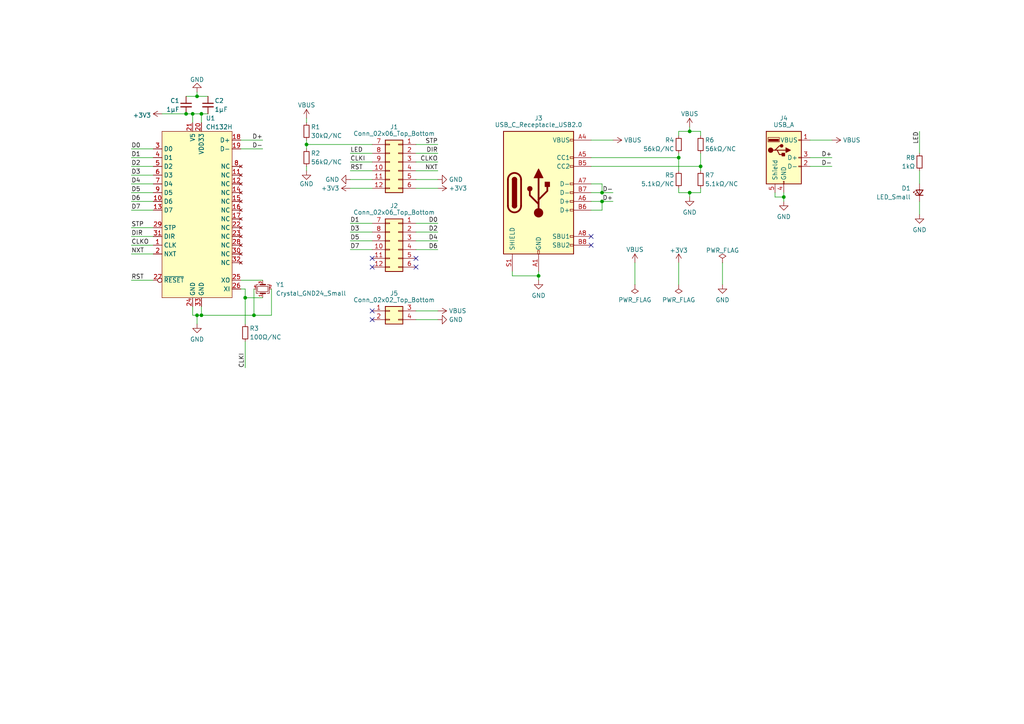
<source format=kicad_sch>
(kicad_sch (version 20211123) (generator eeschema)
  (paper "A4")
  (lib_symbols
    (symbol "Connector:USB_A" (pin_names (offset 1.016))
      (property "Reference" "J" (at -5.08 11.43 0))
      (property "Value" "USB_A" (at -5.08 8.89 0))
      (symbol "USB_A_0_1"
        (rectangle (start -5.08 -7.62) (end 5.08 7.62) (stroke (width 0.254)) (fill (type background)))
        (circle (center -3.81 2.159) (radius 0.635) (stroke (width 0.254)) (fill (type outline)))
        (rectangle (start -1.524 4.826) (end -4.318 5.334) (fill (type outline)))
        (rectangle (start -1.27 4.572) (end -4.572 5.842))
        (circle (center -0.635 3.429) (radius 0.381) (stroke (width 0.254)) (fill (type outline)))
        (rectangle (start -0.127 -7.62) (end 0.127 -6.858))
        (polyline (pts (xy -3.175 2.159) (xy -2.54 2.159) (xy -1.27 3.429) (xy -0.635 3.429)) (stroke (width 0.254)))
        (polyline (pts (xy -2.54 2.159) (xy -1.905 2.159) (xy -1.27 0.889) (xy 0 0.889)) (stroke (width 0.254)))
        (polyline (pts (xy 0.635 2.794) (xy 0.635 1.524) (xy 1.905 2.159) (xy 0.635 2.794)) (stroke (width 0.254)) (fill (type outline)))
        (rectangle (start 0.254 1.27) (end -0.508 0.508) (stroke (width 0.254)) (fill (type outline)))
        (rectangle (start 5.08 -2.667) (end 4.318 -2.413))
        (rectangle (start 5.08 -0.127) (end 4.318 0.127))
        (rectangle (start 5.08 4.953) (end 4.318 5.207))
      )
      (symbol "USB_A_1_1"
        (polyline (pts (xy -1.905 2.159) (xy 0.635 2.159)) (stroke (width 0.254)))
        (pin power_in line (at 7.62 5.08 180) (length 2.54) (name "VBUS") (number "1"))
        (pin bidirectional line (at 7.62 -2.54 180) (length 2.54) (name "D-") (number "2"))
        (pin bidirectional line (at 7.62 0 180) (length 2.54) (name "D+") (number "3"))
        (pin power_in line (at 0 -10.16 90) (length 2.54) (name "GND") (number "4"))
        (pin passive line (at -2.54 -10.16 90) (length 2.54) (name "Shield") (number "5"))
      )
    )
    (symbol "Connector:USB_C_Receptacle_USB2.0" (pin_names (offset 1.016))
      (property "Reference" "J" (at -10.16 19.05 0))
      (property "Value" "USB_C_Receptacle_USB2.0" (at 19.05 19.05 0))
      (symbol "USB_C_Receptacle_USB2.0_0_0"
        (rectangle (start -0.254 -17.78) (end 0.254 -16.764))
        (rectangle (start 10.16 -14.986) (end 9.144 -15.494))
        (rectangle (start 10.16 -12.446) (end 9.144 -12.954))
        (rectangle (start 10.16 -4.826) (end 9.144 -5.334))
        (rectangle (start 10.16 -2.286) (end 9.144 -2.794))
        (rectangle (start 10.16 0.254) (end 9.144 -0.254))
        (rectangle (start 10.16 2.794) (end 9.144 2.286))
        (rectangle (start 10.16 7.874) (end 9.144 7.366))
        (rectangle (start 10.16 10.414) (end 9.144 9.906))
        (rectangle (start 10.16 15.494) (end 9.144 14.986))
      )
      (symbol "USB_C_Receptacle_USB2.0_0_1"
        (rectangle (start -10.16 17.78) (end 10.16 -17.78) (stroke (width 0.254)) (fill (type background)))
        (arc (start -8.89 -3.81) (mid -6.985 -5.715) (end -5.08 -3.81) (stroke (width 0.508)))
        (arc (start -7.62 -3.81) (mid -6.985 -4.445) (end -6.35 -3.81) (stroke (width 0.254)))
        (arc (start -7.62 -3.81) (mid -6.985 -4.445) (end -6.35 -3.81) (stroke (width 0.254)) (fill (type outline)))
        (rectangle (start -7.62 -3.81) (end -6.35 3.81) (stroke (width 0.254)) (fill (type outline)))
        (arc (start -6.35 3.81) (mid -6.985 4.445) (end -7.62 3.81) (stroke (width 0.254)))
        (arc (start -6.35 3.81) (mid -6.985 4.445) (end -7.62 3.81) (stroke (width 0.254)) (fill (type outline)))
        (arc (start -5.08 3.81) (mid -6.985 5.715) (end -8.89 3.81) (stroke (width 0.508)))
        (circle (center -2.54 1.143) (radius 0.635) (stroke (width 0.254)) (fill (type outline)))
        (circle (center 0 -5.842) (radius 1.27) (fill (type outline)))
        (polyline (pts (xy -8.89 -3.81) (xy -8.89 3.81)) (stroke (width 0.508)))
        (polyline (pts (xy -5.08 3.81) (xy -5.08 -3.81)) (stroke (width 0.508)))
        (polyline (pts (xy 0 -5.842) (xy 0 4.318)) (stroke (width 0.508)))
        (polyline (pts (xy 0 -3.302) (xy -2.54 -0.762) (xy -2.54 0.508)) (stroke (width 0.508)))
        (polyline (pts (xy 0 -2.032) (xy 2.54 0.508) (xy 2.54 1.778)) (stroke (width 0.508)))
        (polyline (pts (xy -1.27 4.318) (xy 0 6.858) (xy 1.27 4.318) (xy -1.27 4.318)) (stroke (width 0.254)) (fill (type outline)))
        (rectangle (start 1.905 1.778) (end 3.175 3.048) (stroke (width 0.254)) (fill (type outline)))
      )
      (symbol "USB_C_Receptacle_USB2.0_1_1"
        (pin passive line (at 0 -22.86 90) (length 5.08) (name "GND") (number "A1"))
        (pin passive line (at 0 -22.86 90) (length 5.08) hide (name "GND") (number "A12"))
        (pin passive line (at 15.24 15.24 180) (length 5.08) (name "VBUS") (number "A4"))
        (pin bidirectional line (at 15.24 10.16 180) (length 5.08) (name "CC1") (number "A5"))
        (pin bidirectional line (at 15.24 -2.54 180) (length 5.08) (name "D+") (number "A6"))
        (pin bidirectional line (at 15.24 2.54 180) (length 5.08) (name "D-") (number "A7"))
        (pin bidirectional line (at 15.24 -12.7 180) (length 5.08) (name "SBU1") (number "A8"))
        (pin passive line (at 15.24 15.24 180) (length 5.08) hide (name "VBUS") (number "A9"))
        (pin passive line (at 0 -22.86 90) (length 5.08) hide (name "GND") (number "B1"))
        (pin passive line (at 0 -22.86 90) (length 5.08) hide (name "GND") (number "B12"))
        (pin passive line (at 15.24 15.24 180) (length 5.08) hide (name "VBUS") (number "B4"))
        (pin bidirectional line (at 15.24 7.62 180) (length 5.08) (name "CC2") (number "B5"))
        (pin bidirectional line (at 15.24 -5.08 180) (length 5.08) (name "D+") (number "B6"))
        (pin bidirectional line (at 15.24 0 180) (length 5.08) (name "D-") (number "B7"))
        (pin bidirectional line (at 15.24 -15.24 180) (length 5.08) (name "SBU2") (number "B8"))
        (pin passive line (at 15.24 15.24 180) (length 5.08) hide (name "VBUS") (number "B9"))
        (pin passive line (at -7.62 -22.86 90) (length 5.08) (name "SHIELD") (number "S1"))
      )
    )
    (symbol "Connector_Generic:Conn_02x02_Top_Bottom" (pin_names (offset 1.016) hide)
      (property "Reference" "J" (at 1.27 2.54 0))
      (property "Value" "Conn_02x02_Top_Bottom" (at 1.27 -5.08 0))
      (symbol "Conn_02x02_Top_Bottom_1_1"
        (rectangle (start -1.27 -2.413) (end 0 -2.667) (stroke (width 0.1524)))
        (rectangle (start -1.27 0.127) (end 0 -0.127) (stroke (width 0.1524)))
        (rectangle (start -1.27 1.27) (end 3.81 -3.81) (stroke (width 0.254)) (fill (type background)))
        (rectangle (start 3.81 -2.413) (end 2.54 -2.667) (stroke (width 0.1524)))
        (rectangle (start 3.81 0.127) (end 2.54 -0.127) (stroke (width 0.1524)))
        (pin passive line (at -5.08 0 0) (length 3.81) (name "Pin_1") (number "1"))
        (pin passive line (at -5.08 -2.54 0) (length 3.81) (name "Pin_2") (number "2"))
        (pin passive line (at 7.62 0 180) (length 3.81) (name "Pin_3") (number "3"))
        (pin passive line (at 7.62 -2.54 180) (length 3.81) (name "Pin_4") (number "4"))
      )
    )
    (symbol "Connector_Generic:Conn_02x06_Top_Bottom" (pin_names (offset 1.016) hide)
      (property "Reference" "J" (at 1.27 7.62 0))
      (property "Value" "Conn_02x06_Top_Bottom" (at 1.27 -10.16 0))
      (symbol "Conn_02x06_Top_Bottom_1_1"
        (rectangle (start -1.27 -7.493) (end 0 -7.747) (stroke (width 0.1524)))
        (rectangle (start -1.27 -4.953) (end 0 -5.207) (stroke (width 0.1524)))
        (rectangle (start -1.27 -2.413) (end 0 -2.667) (stroke (width 0.1524)))
        (rectangle (start -1.27 0.127) (end 0 -0.127) (stroke (width 0.1524)))
        (rectangle (start -1.27 2.667) (end 0 2.413) (stroke (width 0.1524)))
        (rectangle (start -1.27 5.207) (end 0 4.953) (stroke (width 0.1524)))
        (rectangle (start -1.27 6.35) (end 3.81 -8.89) (stroke (width 0.254)) (fill (type background)))
        (rectangle (start 3.81 -7.493) (end 2.54 -7.747) (stroke (width 0.1524)))
        (rectangle (start 3.81 -4.953) (end 2.54 -5.207) (stroke (width 0.1524)))
        (rectangle (start 3.81 -2.413) (end 2.54 -2.667) (stroke (width 0.1524)))
        (rectangle (start 3.81 0.127) (end 2.54 -0.127) (stroke (width 0.1524)))
        (rectangle (start 3.81 2.667) (end 2.54 2.413) (stroke (width 0.1524)))
        (rectangle (start 3.81 5.207) (end 2.54 4.953) (stroke (width 0.1524)))
        (pin passive line (at -5.08 5.08 0) (length 3.81) (name "Pin_1") (number "1"))
        (pin passive line (at 7.62 -2.54 180) (length 3.81) (name "Pin_10") (number "10"))
        (pin passive line (at 7.62 -5.08 180) (length 3.81) (name "Pin_11") (number "11"))
        (pin passive line (at 7.62 -7.62 180) (length 3.81) (name "Pin_12") (number "12"))
        (pin passive line (at -5.08 2.54 0) (length 3.81) (name "Pin_2") (number "2"))
        (pin passive line (at -5.08 0 0) (length 3.81) (name "Pin_3") (number "3"))
        (pin passive line (at -5.08 -2.54 0) (length 3.81) (name "Pin_4") (number "4"))
        (pin passive line (at -5.08 -5.08 0) (length 3.81) (name "Pin_5") (number "5"))
        (pin passive line (at -5.08 -7.62 0) (length 3.81) (name "Pin_6") (number "6"))
        (pin passive line (at 7.62 5.08 180) (length 3.81) (name "Pin_7") (number "7"))
        (pin passive line (at 7.62 2.54 180) (length 3.81) (name "Pin_8") (number "8"))
        (pin passive line (at 7.62 0 180) (length 3.81) (name "Pin_9") (number "9"))
      )
    )
    (symbol "Device:C_Small" (pin_numbers hide) (pin_names (offset 0.254) hide)
      (property "Reference" "C" (at 0.254 1.778 0))
      (property "Value" "C_Small" (at 0.254 -2.032 0))
      (symbol "C_Small_0_1"
        (polyline (pts (xy -1.524 -0.508) (xy 1.524 -0.508)) (stroke (width 0.3302)))
        (polyline (pts (xy -1.524 0.508) (xy 1.524 0.508)) (stroke (width 0.3048)))
      )
      (symbol "C_Small_1_1"
        (pin passive line (at 0 2.54 270) (length 2.032) (name "~") (number "1"))
        (pin passive line (at 0 -2.54 90) (length 2.032) (name "~") (number "2"))
      )
    )
    (symbol "Device:Crystal_GND24_Small" (pin_names (offset 1.016) hide)
      (property "Reference" "Y" (at 1.27 4.445 0))
      (property "Value" "Crystal_GND24_Small" (at 1.27 2.54 0))
      (symbol "Crystal_GND24_Small_0_1"
        (rectangle (start -0.762 -1.524) (end 0.762 1.524))
        (polyline (pts (xy -1.27 -0.762) (xy -1.27 0.762)) (stroke (width 0.381)))
        (polyline (pts (xy 1.27 -0.762) (xy 1.27 0.762)) (stroke (width 0.381)))
        (polyline (pts (xy -1.27 -1.27) (xy -1.27 -1.905) (xy 1.27 -1.905) (xy 1.27 -1.27)))
        (polyline (pts (xy -1.27 1.27) (xy -1.27 1.905) (xy 1.27 1.905) (xy 1.27 1.27)))
      )
      (symbol "Crystal_GND24_Small_1_1"
        (pin passive line (at -2.54 0 0) (length 1.27) (name "1") (number "1"))
        (pin passive line (at 0 -2.54 90) (length 0.635) (name "2") (number "2"))
        (pin passive line (at 2.54 0 180) (length 1.27) (name "3") (number "3"))
        (pin passive line (at 0 2.54 270) (length 0.635) (name "4") (number "4"))
      )
    )
    (symbol "Device:LED_Small" (pin_numbers hide) (pin_names (offset 0.254) hide)
      (property "Reference" "D" (at -1.27 3.175 0))
      (property "Value" "LED_Small" (at -4.445 -2.54 0))
      (symbol "LED_Small_0_1"
        (polyline (pts (xy -0.762 -1.016) (xy -0.762 1.016)) (stroke (width 0.254)))
        (polyline (pts (xy 1.016 0) (xy -0.762 0)))
        (polyline (pts (xy 0.762 -1.016) (xy -0.762 0) (xy 0.762 1.016) (xy 0.762 -1.016)) (stroke (width 0.254)))
        (polyline (pts (xy 0 0.762) (xy -0.508 1.27) (xy -0.254 1.27) (xy -0.508 1.27) (xy -0.508 1.016)))
        (polyline (pts (xy 0.508 1.27) (xy 0 1.778) (xy 0.254 1.778) (xy 0 1.778) (xy 0 1.524)))
      )
      (symbol "LED_Small_1_1"
        (pin passive line (at -2.54 0 0) (length 1.778) (name "K") (number "1"))
        (pin passive line (at 2.54 0 180) (length 1.778) (name "A") (number "2"))
      )
    )
    (symbol "Device:R_Small" (pin_numbers hide) (pin_names (offset 0.254) hide)
      (property "Reference" "R" (at 0.762 0.508 0))
      (property "Value" "R_Small" (at 0.762 -1.016 0))
      (symbol "R_Small_0_1"
        (rectangle (start -0.762 1.778) (end 0.762 -1.778) (stroke (width 0.2032)))
      )
      (symbol "R_Small_1_1"
        (pin passive line (at 0 2.54 270) (length 0.762) (name "~") (number "1"))
        (pin passive line (at 0 -2.54 90) (length 0.762) (name "~") (number "2"))
      )
    )
    (symbol "USB_PHY:CH132H"
      (property "Reference" "U" (at 0 -26.67 0))
      (property "Value" "CH132H" (at 0 -24.13 0))
      (symbol "CH132H_0_1"
        (rectangle (start -10.16 0) (end 10.16 -48.26) (stroke (width 0.1524)) (fill (type background)))
      )
      (symbol "CH132H_1_1"
        (pin output line (at -12.7 -33.02 0) (length 2.54) (name "CLK") (number "1"))
        (pin bidirectional line (at -12.7 -20.32 0) (length 2.54) (name "D6") (number "10"))
        (pin no_connect line (at 12.7 -12.7 180) (length 2.54) (name "NC") (number "11"))
        (pin no_connect line (at 12.7 -15.24 180) (length 2.54) (name "NC") (number "12"))
        (pin bidirectional line (at -12.7 -22.86 0) (length 2.54) (name "D7") (number "13"))
        (pin no_connect line (at 12.7 -17.78 180) (length 2.54) (name "NC") (number "14"))
        (pin no_connect line (at 12.7 -20.32 180) (length 2.54) (name "NC") (number "15"))
        (pin no_connect line (at 12.7 -22.86 180) (length 2.54) (name "NC") (number "16"))
        (pin no_connect line (at 12.7 -25.4 180) (length 2.54) (name "NC") (number "17"))
        (pin bidirectional line (at 12.7 -2.54 180) (length 2.54) (name "D+") (number "18"))
        (pin bidirectional line (at 12.7 -5.08 180) (length 2.54) (name "D-") (number "19"))
        (pin output line (at -12.7 -35.56 0) (length 2.54) (name "NXT") (number "2"))
        (pin power_in line (at 1.27 2.54 270) (length 2.54) (name "VDD33") (number "20"))
        (pin power_in line (at -1.27 2.54 270) (length 2.54) (name "V5") (number "21"))
        (pin no_connect line (at 12.7 -27.94 180) (length 2.54) (name "NC") (number "22"))
        (pin no_connect line (at 12.7 -30.48 180) (length 2.54) (name "NC") (number "23"))
        (pin power_in line (at -1.27 -50.8 90) (length 2.54) (name "GND") (number "24"))
        (pin output line (at 12.7 -43.18 180) (length 2.54) (name "XO") (number "25"))
        (pin input line (at 12.7 -45.72 180) (length 2.54) (name "XI") (number "26"))
        (pin input inverted (at -12.7 -43.18 0) (length 2.54) (name "~{RESET}") (number "27"))
        (pin no_connect line (at 12.7 -33.02 180) (length 2.54) (name "NC") (number "28"))
        (pin input line (at -12.7 -27.94 0) (length 2.54) (name "STP") (number "29"))
        (pin bidirectional line (at -12.7 -5.08 0) (length 2.54) (name "D0") (number "3"))
        (pin no_connect line (at 12.7 -35.56 180) (length 2.54) (name "NC") (number "30"))
        (pin output line (at -12.7 -30.48 0) (length 2.54) (name "DIR") (number "31"))
        (pin no_connect line (at 12.7 -38.1 180) (length 2.54) (name "NC") (number "32"))
        (pin power_in line (at 1.27 -50.8 90) (length 2.54) (name "GND") (number "33"))
        (pin bidirectional line (at -12.7 -7.62 0) (length 2.54) (name "D1") (number "4"))
        (pin bidirectional line (at -12.7 -10.16 0) (length 2.54) (name "D2") (number "5"))
        (pin bidirectional line (at -12.7 -12.7 0) (length 2.54) (name "D3") (number "6"))
        (pin bidirectional line (at -12.7 -15.24 0) (length 2.54) (name "D4") (number "7"))
        (pin no_connect line (at 12.7 -10.16 180) (length 2.54) (name "NC") (number "8"))
        (pin bidirectional line (at -12.7 -17.78 0) (length 2.54) (name "D5") (number "9"))
      )
    )
    (symbol "power:+3V3" (power) (pin_names (offset 0))
      (property "Value" "+3V3" (at 0 3.556 0))
      (symbol "+3V3_0_1"
        (polyline (pts (xy -0.762 1.27) (xy 0 2.54)))
        (polyline (pts (xy 0 0) (xy 0 2.54)))
        (polyline (pts (xy 0 2.54) (xy 0.762 1.27)))
      )
      (symbol "+3V3_1_1"
        (pin power_in line (at 0 0 90) (length 0) hide (name "+3V3") (number "1"))
      )
    )
    (symbol "power:GND" (power) (pin_names (offset 0))
      (property "Value" "GND" (at 0 -3.81 0))
      (symbol "GND_0_1"
        (polyline (pts (xy 0 0) (xy 0 -1.27) (xy 1.27 -1.27) (xy 0 -2.54) (xy -1.27 -1.27) (xy 0 -1.27)))
      )
      (symbol "GND_1_1"
        (pin power_in line (at 0 0 270) (length 0) hide (name "GND") (number "1"))
      )
    )
    (symbol "power:PWR_FLAG" (power) (pin_numbers hide) (pin_names (offset 0) hide)
      (property "Value" "PWR_FLAG" (at 0 3.81 0))
      (symbol "PWR_FLAG_0_0"
        (pin power_out line (at 0 0 90) (length 0) (name "pwr") (number "1"))
      )
      (symbol "PWR_FLAG_0_1"
        (polyline (pts (xy 0 0) (xy 0 1.27) (xy -1.016 1.905) (xy 0 2.54) (xy 1.016 1.905) (xy 0 1.27)))
      )
    )
    (symbol "power:VBUS" (power) (pin_names (offset 0))
      (property "Value" "VBUS" (at 0 3.81 0))
      (symbol "VBUS_0_1"
        (polyline (pts (xy -0.762 1.27) (xy 0 2.54)))
        (polyline (pts (xy 0 0) (xy 0 2.54)))
        (polyline (pts (xy 0 2.54) (xy 0.762 1.27)))
      )
      (symbol "VBUS_1_1"
        (pin power_in line (at 0 0 90) (length 0) hide (name "VBUS") (number "1"))
      )
    )
  )
  (junction (at 55.88 33.02))
  (junction (at 196.85 45.72))
  (junction (at 174.625 58.42))
  (junction (at 203.2 48.26))
  (junction (at 57.15 91.44))
  (junction (at 227.33 57.15))
  (junction (at 88.9 41.91))
  (junction (at 200.025 55.88))
  (junction (at 57.15 27.94))
  (junction (at 71.12 86.36))
  (junction (at 58.42 33.02))
  (junction (at 174.625 55.88))
  (junction (at 53.975 33.02))
  (junction (at 73.66 91.44))
  (junction (at 156.21 80.01))
  (junction (at 58.42 91.44))
  (junction (at 200.025 38.1))
  (no_connect (at 107.95 92.71))
  (no_connect (at 107.95 90.17))
  (no_connect (at 107.95 74.93))
  (no_connect (at 120.65 77.47))
  (no_connect (at 107.95 77.47))
  (no_connect (at 120.65 74.93))
  (no_connect (at 171.45 71.12))
  (no_connect (at 171.45 68.58))
  (wire (pts (xy 88.9 34.29) (xy 88.9 35.56)))
  (wire (pts (xy 38.1 60.96) (xy 44.45 60.96)))
  (wire (pts (xy 101.6 44.45) (xy 107.95 44.45)))
  (wire (pts (xy 88.9 48.26) (xy 88.9 49.53)))
  (wire (pts (xy 71.12 83.82) (xy 71.12 86.36)))
  (wire (pts (xy 203.2 38.1) (xy 203.2 39.37)))
  (wire (pts (xy 120.65 67.31) (xy 127 67.31)))
  (wire (pts (xy 227.33 57.15) (xy 227.33 55.88)))
  (wire (pts (xy 69.85 43.18) (xy 76.2 43.18)))
  (wire (pts (xy 184.15 76.2) (xy 184.15 82.55)))
  (wire (pts (xy 120.65 64.77) (xy 127 64.77)))
  (wire (pts (xy 38.1 48.26) (xy 44.45 48.26)))
  (wire (pts (xy 101.6 52.07) (xy 107.95 52.07)))
  (wire (pts (xy 38.1 45.72) (xy 44.45 45.72)))
  (wire (pts (xy 171.45 53.34) (xy 174.625 53.34)))
  (wire (pts (xy 38.1 73.66) (xy 44.45 73.66)))
  (wire (pts (xy 200.025 55.88) (xy 200.025 57.15)))
  (wire (pts (xy 127 90.17) (xy 120.65 90.17)))
  (wire (pts (xy 58.42 91.44) (xy 58.42 88.9)))
  (wire (pts (xy 73.66 83.82) (xy 73.66 91.44)))
  (wire (pts (xy 120.65 41.91) (xy 127 41.91)))
  (wire (pts (xy 120.65 54.61) (xy 127 54.61)))
  (wire (pts (xy 227.33 57.15) (xy 227.33 58.42)))
  (wire (pts (xy 200.025 55.88) (xy 203.2 55.88)))
  (wire (pts (xy 148.59 80.01) (xy 148.59 78.74)))
  (wire (pts (xy 101.6 46.99) (xy 107.95 46.99)))
  (wire (pts (xy 156.21 80.01) (xy 156.21 78.74)))
  (wire (pts (xy 171.45 40.64) (xy 177.8 40.64)))
  (wire (pts (xy 174.625 58.42) (xy 177.8 58.42)))
  (wire (pts (xy 71.12 86.36) (xy 76.2 86.36)))
  (wire (pts (xy 209.55 76.2) (xy 209.55 82.55)))
  (wire (pts (xy 171.45 48.26) (xy 203.2 48.26)))
  (wire (pts (xy 69.85 81.28) (xy 76.2 81.28)))
  (wire (pts (xy 46.99 33.02) (xy 53.975 33.02)))
  (wire (pts (xy 57.15 27.94) (xy 60.325 27.94)))
  (wire (pts (xy 196.85 44.45) (xy 196.85 45.72)))
  (wire (pts (xy 120.65 69.85) (xy 127 69.85)))
  (wire (pts (xy 78.74 91.44) (xy 73.66 91.44)))
  (wire (pts (xy 234.95 48.26) (xy 241.3 48.26)))
  (wire (pts (xy 88.9 40.64) (xy 88.9 41.91)))
  (wire (pts (xy 71.12 99.06) (xy 71.12 106.68)))
  (wire (pts (xy 101.6 69.85) (xy 107.95 69.85)))
  (wire (pts (xy 196.85 55.88) (xy 200.025 55.88)))
  (wire (pts (xy 73.66 91.44) (xy 58.42 91.44)))
  (wire (pts (xy 120.65 52.07) (xy 127 52.07)))
  (wire (pts (xy 196.85 38.1) (xy 200.025 38.1)))
  (wire (pts (xy 58.42 33.02) (xy 60.325 33.02)))
  (wire (pts (xy 53.975 27.94) (xy 57.15 27.94)))
  (wire (pts (xy 196.85 39.37) (xy 196.85 38.1)))
  (wire (pts (xy 148.59 80.01) (xy 156.21 80.01)))
  (wire (pts (xy 120.65 44.45) (xy 127 44.45)))
  (wire (pts (xy 196.85 76.2) (xy 196.85 82.55)))
  (wire (pts (xy 38.1 53.34) (xy 44.45 53.34)))
  (wire (pts (xy 57.15 26.67) (xy 57.15 27.94)))
  (wire (pts (xy 53.975 33.02) (xy 55.88 33.02)))
  (wire (pts (xy 78.74 83.82) (xy 78.74 91.44)))
  (wire (pts (xy 38.1 55.88) (xy 44.45 55.88)))
  (wire (pts (xy 234.95 45.72) (xy 241.3 45.72)))
  (wire (pts (xy 38.1 81.28) (xy 44.45 81.28)))
  (wire (pts (xy 101.6 64.77) (xy 107.95 64.77)))
  (wire (pts (xy 174.625 53.34) (xy 174.625 55.88)))
  (wire (pts (xy 174.625 55.88) (xy 177.8 55.88)))
  (wire (pts (xy 69.85 83.82) (xy 71.12 83.82)))
  (wire (pts (xy 120.65 72.39) (xy 127 72.39)))
  (wire (pts (xy 171.45 55.88) (xy 174.625 55.88)))
  (wire (pts (xy 156.21 80.01) (xy 156.21 81.28)))
  (wire (pts (xy 57.15 91.44) (xy 58.42 91.44)))
  (wire (pts (xy 266.7 38.1) (xy 266.7 44.45)))
  (wire (pts (xy 200.025 36.83) (xy 200.025 38.1)))
  (wire (pts (xy 101.6 54.61) (xy 107.95 54.61)))
  (wire (pts (xy 38.1 43.18) (xy 44.45 43.18)))
  (wire (pts (xy 101.6 67.31) (xy 107.95 67.31)))
  (wire (pts (xy 196.85 45.72) (xy 196.85 49.53)))
  (wire (pts (xy 224.79 55.88) (xy 224.79 57.15)))
  (wire (pts (xy 203.2 48.26) (xy 203.2 44.45)))
  (wire (pts (xy 88.9 41.91) (xy 107.95 41.91)))
  (wire (pts (xy 55.88 91.44) (xy 57.15 91.44)))
  (wire (pts (xy 171.45 45.72) (xy 196.85 45.72)))
  (wire (pts (xy 57.15 91.44) (xy 57.15 93.98)))
  (wire (pts (xy 38.1 68.58) (xy 44.45 68.58)))
  (wire (pts (xy 120.65 49.53) (xy 127 49.53)))
  (wire (pts (xy 101.6 72.39) (xy 107.95 72.39)))
  (wire (pts (xy 38.1 66.04) (xy 44.45 66.04)))
  (wire (pts (xy 203.2 55.88) (xy 203.2 54.61)))
  (wire (pts (xy 55.88 91.44) (xy 55.88 88.9)))
  (wire (pts (xy 174.625 60.96) (xy 174.625 58.42)))
  (wire (pts (xy 58.42 33.02) (xy 58.42 35.56)))
  (wire (pts (xy 200.025 38.1) (xy 203.2 38.1)))
  (wire (pts (xy 171.45 60.96) (xy 174.625 60.96)))
  (wire (pts (xy 101.6 49.53) (xy 107.95 49.53)))
  (wire (pts (xy 55.88 33.02) (xy 55.88 35.56)))
  (wire (pts (xy 234.95 40.64) (xy 241.3 40.64)))
  (wire (pts (xy 38.1 71.12) (xy 44.45 71.12)))
  (wire (pts (xy 71.12 86.36) (xy 71.12 93.98)))
  (wire (pts (xy 38.1 50.8) (xy 44.45 50.8)))
  (wire (pts (xy 38.1 58.42) (xy 44.45 58.42)))
  (wire (pts (xy 266.7 58.42) (xy 266.7 62.23)))
  (wire (pts (xy 266.7 49.53) (xy 266.7 53.34)))
  (wire (pts (xy 127 92.71) (xy 120.65 92.71)))
  (wire (pts (xy 120.65 46.99) (xy 127 46.99)))
  (wire (pts (xy 69.85 40.64) (xy 76.2 40.64)))
  (wire (pts (xy 55.88 33.02) (xy 58.42 33.02)))
  (wire (pts (xy 224.79 57.15) (xy 227.33 57.15)))
  (wire (pts (xy 196.85 54.61) (xy 196.85 55.88)))
  (wire (pts (xy 203.2 48.26) (xy 203.2 49.53)))
  (wire (pts (xy 88.9 41.91) (xy 88.9 43.18)))
  (wire (pts (xy 171.45 58.42) (xy 174.625 58.42)))
  (label "D2" (at 38.1 48.26 0))
  (label "D-" (at 177.8 55.88 180))
  (label "CLKI" (at 101.6 46.99 0))
  (label "STP" (at 127 41.91 180))
  (label "D1" (at 38.1 45.72 0))
  (label "D1" (at 101.6 64.77 0))
  (label "D6" (at 127 72.39 180))
  (label "NXT" (at 127 49.53 180))
  (label "D7" (at 101.6 72.39 0))
  (label "D7" (at 38.1 60.96 0))
  (label "NXT" (at 38.1 73.66 0))
  (label "D3" (at 38.1 50.8 0))
  (label "LED" (at 266.7 38.1 270))
  (label "STP" (at 38.1 66.04 0))
  (label "D3" (at 101.6 67.31 0))
  (label "D+" (at 177.8 58.42 180))
  (label "D+" (at 76.2 40.64 180))
  (label "RST" (at 101.6 49.53 0))
  (label "D+" (at 241.3 45.72 180))
  (label "D-" (at 76.2 43.18 180))
  (label "CLKO" (at 38.1 71.12 0))
  (label "CLKI" (at 71.12 106.68 90))
  (label "D4" (at 38.1 53.34 0))
  (label "DIR" (at 127 44.45 180))
  (label "LED" (at 101.6 44.45 0))
  (label "RST" (at 38.1 81.28 0))
  (label "D2" (at 127 67.31 180))
  (label "D0" (at 38.1 43.18 0))
  (label "D4" (at 127 69.85 180))
  (label "CLKO" (at 127 46.99 180))
  (label "D0" (at 127 64.77 180))
  (label "D5" (at 38.1 55.88 0))
  (label "D6" (at 38.1 58.42 0))
  (label "D-" (at 241.3 48.26 180))
  (label "D5" (at 101.6 69.85 0))
  (label "DIR" (at 38.1 68.58 0))
  (symbol (lib_id "power:PWR_FLAG") (at 184.15 82.55 180) (unit 1)
    (property "Reference" "#FLG02" (effects hide))
    (property "Value" "PWR_FLAG" (at 184.15 86.9934 0))
  )
  (symbol (lib_id "power:VBUS") (at 184.15 76.2 0) (unit 1)
    (property "Reference" "#PWR014" (effects hide))
    (property "Value" "VBUS" (at 184.15 72.39 0))
  )
  (symbol (lib_id "power:GND") (at 209.55 82.55 0) (unit 1)
    (property "Reference" "#PWR017" (effects hide))
    (property "Value" "GND" (at 209.55 86.9934 0))
  )
  (symbol (lib_id "Device:LED_Small") (at 266.7 55.88 90) (unit 1)
    (property "Reference" "D1" (at 264.16 54.61 90) (effects (justify left)))
    (property "Value" "LED_Small" (at 264.16 57.15 90) (effects (justify left)))
    (property "Footprint" "LED_SMD:LED_0805_2012Metric_Pad1.15x1.40mm_HandSolder" (effects hide))
  )
  (symbol (lib_id "power:GND") (at 156.21 81.28 0) (unit 1)
    (property "Reference" "#PWR016" (effects hide))
    (property "Value" "GND" (at 156.21 85.7234 0))
  )
  (symbol (lib_id "Connector_Generic:Conn_02x06_Top_Bottom") (at 115.57 69.85 0) (mirror y) (unit 1)
    (property "Reference" "J2" (at 114.3 59.69 0))
    (property "Value" "Conn_02x06_Top_Bottom" (at 114.3 61.595 0))
    (property "Footprint" "Connector_Pmod:Pmod_Dual" (effects hide))
  )
  (symbol (lib_id "Connector:USB_A") (at 227.33 45.72 0) (unit 1)
    (property "Reference" "J4" (at 227.33 34.29 0))
    (property "Value" "USB_A" (at 227.33 36.195 0))
    (property "Footprint" "Connector_USB:USB_A_CONNFLY_DS1095-WNR0" (effects hide))
    (property "Datasheet" " ~" (effects hide))
  )
  (symbol (lib_id "power:GND") (at 127 52.07 90) (mirror x) (unit 1)
    (property "Reference" "#PWR09" (effects hide))
    (property "Value" "GND" (at 130.175 52.07 90) (effects (justify right)))
  )
  (symbol (lib_id "power:VBUS") (at 127 90.17 270) (mirror x) (unit 1)
    (property "Reference" "#PWR0102" (effects hide))
    (property "Value" "VBUS" (at 130.175 90.17 90) (effects (justify left)))
  )
  (symbol (lib_id "Connector:USB_C_Receptacle_USB2.0") (at 156.21 55.88 0) (unit 1)
    (property "Reference" "J3" (at 156.21 34.29 0))
    (property "Value" "USB_C_Receptacle_USB2.0" (at 156.21 36.195 0))
    (property "Footprint" "Connector_USB:USB_C_Receptacle_HRO_TYPE-C-31-M-12" (effects hide))
    (property "Datasheet" "https://www.usb.org/sites/default/files/documents/usb_type-c.zip" (effects hide))
  )
  (symbol (lib_id "power:VBUS") (at 177.8 40.64 270) (unit 1)
    (property "Reference" "#PWR05" (effects hide))
    (property "Value" "VBUS" (at 180.975 40.64 90) (effects (justify left)))
  )
  (symbol (lib_id "Connector_Generic:Conn_02x02_Top_Bottom") (at 113.03 90.17 0) (unit 1)
    (property "Reference" "J5" (at 114.3 85.09 0))
    (property "Value" "Conn_02x02_Top_Bottom" (at 114.3 86.995 0))
    (property "Footprint" "EdgePads:EdgePads_01x02_Open" (effects hide))
  )
  (symbol (lib_id "Device:R_Small") (at 88.9 38.1 0) (unit 1)
    (property "Reference" "R1" (at 90.17 36.83 0) (effects (justify left)))
    (property "Value" "30kΩ/NC" (at 90.17 39.37 0) (effects (justify left)))
    (property "Footprint" "Resistor_SMD:R_0805_2012Metric_Pad1.20x1.40mm_HandSolder" (effects hide))
  )
  (symbol (lib_id "power:VBUS") (at 88.9 34.29 0) (unit 1)
    (property "Reference" "#PWR03" (effects hide))
    (property "Value" "VBUS" (at 88.9 30.48 0))
  )
  (symbol (lib_id "power:GND") (at 57.15 26.67 180) (unit 1)
    (property "Reference" "#PWR01" (effects hide))
    (property "Value" "GND" (at 57.15 23.0942 0))
  )
  (symbol (lib_id "power:VBUS") (at 200.025 36.83 0) (unit 1)
    (property "Reference" "#PWR04" (effects hide))
    (property "Value" "VBUS" (at 200.025 33.02 0))
  )
  (symbol (lib_id "power:PWR_FLAG") (at 209.55 76.2 0) (unit 1)
    (property "Reference" "#FLG01" (effects hide))
    (property "Value" "PWR_FLAG" (at 209.55 72.6242 0))
  )
  (symbol (lib_id "power:PWR_FLAG") (at 196.85 82.55 180) (unit 1)
    (property "Reference" "#FLG03" (effects hide))
    (property "Value" "PWR_FLAG" (at 196.85 86.9934 0))
  )
  (symbol (lib_id "power:GND") (at 127 92.71 90) (mirror x) (unit 1)
    (property "Reference" "#PWR0101" (effects hide))
    (property "Value" "GND" (at 130.175 92.71 90) (effects (justify right)))
  )
  (symbol (lib_id "power:+3V3") (at 101.6 54.61 90) (unit 1)
    (property "Reference" "#PWR010" (effects hide))
    (property "Value" "+3V3" (at 98.425 54.61 90) (effects (justify left)))
  )
  (symbol (lib_id "power:+3V3") (at 127 54.61 270) (mirror x) (unit 1)
    (property "Reference" "#PWR011" (effects hide))
    (property "Value" "+3V3" (at 130.175 54.61 90) (effects (justify left)))
  )
  (symbol (lib_id "power:VBUS") (at 241.3 40.64 270) (unit 1)
    (property "Reference" "#PWR06" (effects hide))
    (property "Value" "VBUS" (at 244.475 40.64 90) (effects (justify left)))
  )
  (symbol (lib_id "Device:R_Small") (at 266.7 46.99 0) (unit 1)
    (property "Reference" "R8" (at 265.43 45.72 0) (effects (justify right)))
    (property "Value" "1kΩ" (at 265.43 48.26 0) (effects (justify right)))
    (property "Footprint" "Resistor_SMD:R_0805_2012Metric_Pad1.20x1.40mm_HandSolder" (effects hide))
  )
  (symbol (lib_id "Device:R_Small") (at 71.12 96.52 0) (unit 1)
    (property "Reference" "R3" (at 72.39 95.25 0) (effects (justify left)))
    (property "Value" "100Ω/NC" (at 72.39 97.79 0) (effects (justify left)))
    (property "Footprint" "Resistor_SMD:R_0805_2012Metric_Pad1.20x1.40mm_HandSolder" (effects hide))
  )
  (symbol (lib_id "Device:R_Small") (at 203.2 52.07 0) (unit 1)
    (property "Reference" "R7" (at 204.47 50.8 0) (effects (justify left)))
    (property "Value" "5.1kΩ/NC" (at 204.47 53.34 0) (effects (justify left)))
    (property "Footprint" "Resistor_SMD:R_0805_2012Metric_Pad1.20x1.40mm_HandSolder" (effects hide))
  )
  (symbol (lib_id "Device:R_Small") (at 196.85 52.07 0) (unit 1)
    (property "Reference" "R5" (at 195.58 50.8 0) (effects (justify right)))
    (property "Value" "5.1kΩ/NC" (at 195.58 53.34 0) (effects (justify right)))
    (property "Footprint" "Resistor_SMD:R_0805_2012Metric_Pad1.20x1.40mm_HandSolder" (effects hide))
  )
  (symbol (lib_id "power:+3V3") (at 196.85 76.2 0) (unit 1)
    (property "Reference" "#PWR015" (effects hide))
    (property "Value" "+3V3" (at 196.85 72.6242 0))
  )
  (symbol (lib_id "power:GND") (at 200.025 57.15 0) (unit 1)
    (property "Reference" "#PWR012" (effects hide))
    (property "Value" "GND" (at 200.025 61.5934 0))
  )
  (symbol (lib_id "Device:C_Small") (at 60.325 30.48 0) (unit 1)
    (property "Reference" "C2" (at 62.23 29.21 0) (effects (justify left)))
    (property "Value" "1μF" (at 62.23 31.75 0) (effects (justify left)))
    (property "Footprint" "Capacitor_SMD:C_0805_2012Metric_Pad1.18x1.45mm_HandSolder" (effects hide))
  )
  (symbol (lib_id "USB_PHY:CH132H") (at 57.15 38.1 0) (unit 1)
    (property "Reference" "U1" (at 59.69 34.29 0) (effects (justify left)))
    (property "Value" "CH132H" (at 59.69 36.83 0) (effects (justify left)))
    (property "Footprint" "Package_DFN_QFN:QFN-32-1EP_5x5mm_P0.5mm_EP3.3x3.3mm" (effects hide))
  )
  (symbol (lib_id "power:+3V3") (at 46.99 33.02 90) (unit 1)
    (property "Reference" "#PWR02" (effects hide))
    (property "Value" "+3V3" (at 43.815 33.4538 90) (effects (justify left)))
  )
  (symbol (lib_id "power:GND") (at 88.9 49.53 0) (unit 1)
    (property "Reference" "#PWR07" (effects hide))
    (property "Value" "GND" (at 88.9 53.34 0))
  )
  (symbol (lib_id "Device:C_Small") (at 53.975 30.48 0) (unit 1)
    (property "Reference" "C1" (at 52.07 29.21 0) (effects (justify right)))
    (property "Value" "1μF" (at 52.07 31.75 0) (effects (justify right)))
    (property "Footprint" "Capacitor_SMD:C_0805_2012Metric_Pad1.18x1.45mm_HandSolder" (effects hide))
  )
  (symbol (lib_id "power:GND") (at 266.7 62.23 0) (unit 1)
    (property "Reference" "#PWR019" (effects hide))
    (property "Value" "GND" (at 266.7 66.6734 0))
  )
  (symbol (lib_id "Device:Crystal_GND24_Small") (at 76.2 83.82 90) (unit 1)
    (property "Reference" "Y1" (at 80.01 82.55 90) (effects (justify right)))
    (property "Value" "Crystal_GND24_Small" (at 80.01 85.09 90) (effects (justify right)))
    (property "Footprint" "Crystal:Crystal_SMD_SeikoEpson_TSX3225-4Pin_3.2x2.5mm_HandSoldering" (effects hide))
  )
  (symbol (lib_id "power:GND") (at 57.15 93.98 0) (unit 1)
    (property "Reference" "#PWR018" (effects hide))
    (property "Value" "GND" (at 57.15 98.4234 0))
  )
  (symbol (lib_id "Connector_Generic:Conn_02x06_Top_Bottom") (at 115.57 46.99 0) (mirror y) (unit 1)
    (property "Reference" "J1" (at 114.3 36.83 0))
    (property "Value" "Conn_02x06_Top_Bottom" (at 114.3 38.735 0))
    (property "Footprint" "Connector_Pmod:Pmod_Dual" (effects hide))
  )
  (symbol (lib_id "Device:R_Small") (at 196.85 41.91 0) (unit 1)
    (property "Reference" "R4" (at 195.58 40.64 0) (effects (justify right)))
    (property "Value" "56kΩ/NC" (at 195.58 43.18 0) (effects (justify right)))
    (property "Footprint" "Resistor_SMD:R_0805_2012Metric_Pad1.20x1.40mm_HandSolder" (effects hide))
  )
  (symbol (lib_id "Device:R_Small") (at 88.9 45.72 0) (unit 1)
    (property "Reference" "R2" (at 90.17 44.45 0) (effects (justify left)))
    (property "Value" "56kΩ/NC" (at 90.17 46.99 0) (effects (justify left)))
    (property "Footprint" "Resistor_SMD:R_0805_2012Metric_Pad1.20x1.40mm_HandSolder" (effects hide))
  )
  (symbol (lib_id "Device:R_Small") (at 203.2 41.91 0) (unit 1)
    (property "Reference" "R6" (at 204.47 40.64 0) (effects (justify left)))
    (property "Value" "56kΩ/NC" (at 204.47 43.18 0) (effects (justify left)))
    (property "Footprint" "Resistor_SMD:R_0805_2012Metric_Pad1.20x1.40mm_HandSolder" (effects hide))
  )
  (symbol (lib_id "power:GND") (at 101.6 52.07 270) (unit 1)
    (property "Reference" "#PWR08" (effects hide))
    (property "Value" "GND" (at 98.425 52.07 90) (effects (justify right)))
  )
  (symbol (lib_id "power:GND") (at 227.33 58.42 0) (unit 1)
    (property "Reference" "#PWR013" (effects hide))
    (property "Value" "GND" (at 227.33 62.8634 0))
  )
)
</source>
